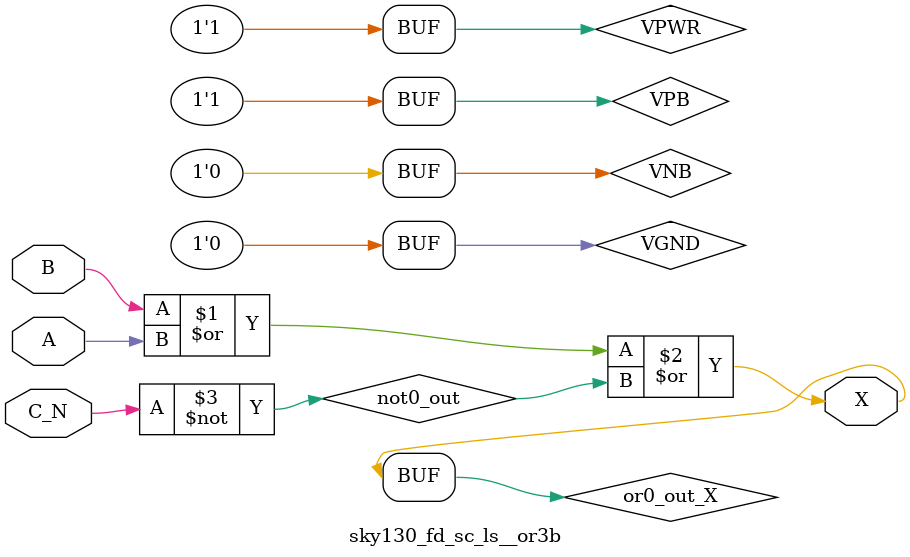
<source format=v>
/*
 * Copyright 2020 The SkyWater PDK Authors
 *
 * Licensed under the Apache License, Version 2.0 (the "License");
 * you may not use this file except in compliance with the License.
 * You may obtain a copy of the License at
 *
 *     https://www.apache.org/licenses/LICENSE-2.0
 *
 * Unless required by applicable law or agreed to in writing, software
 * distributed under the License is distributed on an "AS IS" BASIS,
 * WITHOUT WARRANTIES OR CONDITIONS OF ANY KIND, either express or implied.
 * See the License for the specific language governing permissions and
 * limitations under the License.
 *
 * SPDX-License-Identifier: Apache-2.0
*/


`ifndef SKY130_FD_SC_LS__OR3B_TIMING_V
`define SKY130_FD_SC_LS__OR3B_TIMING_V

/**
 * or3b: 3-input OR, first input inverted.
 *
 * Verilog simulation timing model.
 */

`timescale 1ns / 1ps
`default_nettype none

`celldefine
module sky130_fd_sc_ls__or3b (
    X  ,
    A  ,
    B  ,
    C_N
);

    // Module ports
    output X  ;
    input  A  ;
    input  B  ;
    input  C_N;

    // Module supplies
    supply1 VPWR;
    supply0 VGND;
    supply1 VPB ;
    supply0 VNB ;

    // Local signals
    wire not0_out ;
    wire or0_out_X;

    //  Name  Output     Other arguments
    not not0 (not0_out , C_N            );
    or  or0  (or0_out_X, B, A, not0_out );
    buf buf0 (X        , or0_out_X      );

endmodule
`endcelldefine

`default_nettype wire
`endif  // SKY130_FD_SC_LS__OR3B_TIMING_V

</source>
